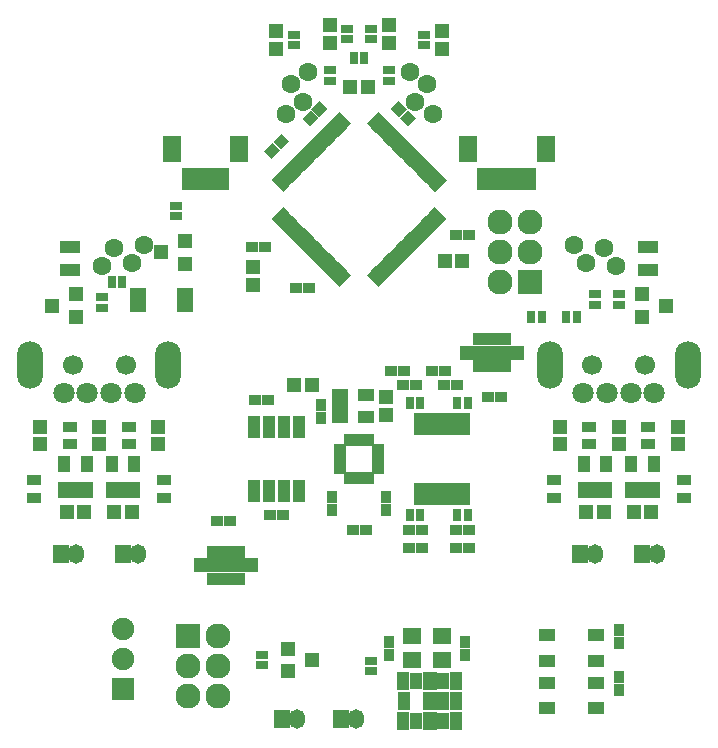
<source format=gts>
G04 #@! TF.FileFunction,Soldermask,Top*
%FSLAX46Y46*%
G04 Gerber Fmt 4.6, Leading zero omitted, Abs format (unit mm)*
G04 Created by KiCad (PCBNEW 4.0.1-stable) date 2016/12/03 22:45:12*
%MOMM*%
G01*
G04 APERTURE LIST*
%ADD10C,0.100000*%
%ADD11C,1.800000*%
%ADD12O,2.200000X4.000000*%
%ADD13C,1.700000*%
%ADD14R,1.000000X0.580000*%
%ADD15R,0.580000X1.000000*%
%ADD16R,2.127200X2.127200*%
%ADD17O,2.127200X2.127200*%
%ADD18R,1.000000X1.950000*%
%ADD19R,1.600000X2.200000*%
%ADD20R,1.150000X1.200000*%
%ADD21R,1.200000X1.150000*%
%ADD22R,1.650000X1.400000*%
%ADD23R,1.197560X1.197560*%
%ADD24R,1.200100X1.200100*%
%ADD25R,1.460000X1.050000*%
%ADD26R,1.000000X0.900000*%
%ADD27R,0.900000X1.000000*%
%ADD28R,1.350000X1.650000*%
%ADD29O,1.350000X1.650000*%
%ADD30R,0.800000X1.000000*%
%ADD31R,1.000000X0.800000*%
%ADD32R,1.700000X1.100000*%
%ADD33R,1.200000X1.500000*%
%ADD34R,1.100000X1.500000*%
%ADD35R,1.100000X1.400000*%
%ADD36R,1.000000X1.500000*%
%ADD37C,1.600000*%
%ADD38R,1.400000X2.000000*%
%ADD39R,1.450000X1.050000*%
%ADD40R,1.900000X1.900000*%
%ADD41O,1.900000X1.900000*%
%ADD42R,0.850000X1.850000*%
%ADD43R,1.300000X0.900000*%
%ADD44R,1.050000X1.460000*%
%ADD45R,2.000000X1.200000*%
%ADD46R,0.680000X1.000000*%
%ADD47R,2.400000X1.200000*%
G04 APERTURE END LIST*
D10*
D11*
X162000000Y-128400000D03*
X164000000Y-128400000D03*
X166000000Y-128400000D03*
X168000000Y-128400000D03*
D12*
X170850000Y-126000000D03*
X159150000Y-126000000D03*
D13*
X167250000Y-126000000D03*
X162750000Y-126000000D03*
D14*
X141400000Y-133000000D03*
X141400000Y-133400000D03*
X141400000Y-133800000D03*
X141400000Y-134200000D03*
X141400000Y-134600000D03*
X141400000Y-135000000D03*
D15*
X142000000Y-135600000D03*
X142400000Y-135600000D03*
X142800000Y-135600000D03*
X143200000Y-135600000D03*
X143600000Y-135600000D03*
X144000000Y-135600000D03*
D14*
X144600000Y-135000000D03*
X144600000Y-134600000D03*
X144600000Y-134200000D03*
X144600000Y-133800000D03*
X144600000Y-133400000D03*
X144600000Y-133000000D03*
D15*
X144000000Y-132400000D03*
X143600000Y-132400000D03*
X143200000Y-132400000D03*
X142800000Y-132400000D03*
X142400000Y-132400000D03*
X142000000Y-132400000D03*
D16*
X157500000Y-119000000D03*
D17*
X154960000Y-119000000D03*
X157500000Y-116460000D03*
X154960000Y-116460000D03*
X157500000Y-113920000D03*
X154960000Y-113920000D03*
D16*
X128500000Y-149000000D03*
D17*
X131040000Y-149000000D03*
X128500000Y-151540000D03*
X131040000Y-151540000D03*
X128500000Y-154080000D03*
X131040000Y-154080000D03*
D18*
X153500000Y-110262500D03*
X154500000Y-110262500D03*
X155500000Y-110262500D03*
X156500000Y-110262500D03*
X157500000Y-110262500D03*
D19*
X152200000Y-107737500D03*
X158800000Y-107737500D03*
D20*
X134000000Y-117750000D03*
X134000000Y-119250000D03*
D21*
X150250000Y-117250000D03*
X151750000Y-117250000D03*
D22*
X147500000Y-151000000D03*
X147500000Y-149000000D03*
D20*
X145250000Y-128750000D03*
X145250000Y-130250000D03*
D21*
X139000000Y-127750000D03*
X137500000Y-127750000D03*
D23*
X136000000Y-99249300D03*
X136000000Y-97750700D03*
X140500000Y-98749300D03*
X140500000Y-97250700D03*
X145500000Y-98749300D03*
X145500000Y-97250700D03*
X150000000Y-99249300D03*
X150000000Y-97750700D03*
D24*
X166999240Y-120050000D03*
X166999240Y-121950000D03*
X168998220Y-121000000D03*
X119000760Y-121950000D03*
X119000760Y-120050000D03*
X117001780Y-121000000D03*
X128250760Y-117450000D03*
X128250760Y-115550000D03*
X126251780Y-116500000D03*
D10*
G36*
X140896358Y-105052676D02*
X141355977Y-104593057D01*
X142345926Y-105583006D01*
X141886307Y-106042625D01*
X140896358Y-105052676D01*
X140896358Y-105052676D01*
G37*
G36*
X140542804Y-105406229D02*
X141002423Y-104946610D01*
X141992372Y-105936559D01*
X141532753Y-106396178D01*
X140542804Y-105406229D01*
X140542804Y-105406229D01*
G37*
G36*
X140189251Y-105759783D02*
X140648870Y-105300164D01*
X141638819Y-106290113D01*
X141179200Y-106749732D01*
X140189251Y-105759783D01*
X140189251Y-105759783D01*
G37*
G36*
X139835698Y-106113336D02*
X140295317Y-105653717D01*
X141285266Y-106643666D01*
X140825647Y-107103285D01*
X139835698Y-106113336D01*
X139835698Y-106113336D01*
G37*
G36*
X139482144Y-106466889D02*
X139941763Y-106007270D01*
X140931712Y-106997219D01*
X140472093Y-107456838D01*
X139482144Y-106466889D01*
X139482144Y-106466889D01*
G37*
G36*
X139128591Y-106820443D02*
X139588210Y-106360824D01*
X140578159Y-107350773D01*
X140118540Y-107810392D01*
X139128591Y-106820443D01*
X139128591Y-106820443D01*
G37*
G36*
X138775037Y-107173996D02*
X139234656Y-106714377D01*
X140224605Y-107704326D01*
X139764986Y-108163945D01*
X138775037Y-107173996D01*
X138775037Y-107173996D01*
G37*
G36*
X138421484Y-107527550D02*
X138881103Y-107067931D01*
X139871052Y-108057880D01*
X139411433Y-108517499D01*
X138421484Y-107527550D01*
X138421484Y-107527550D01*
G37*
G36*
X138067931Y-107881103D02*
X138527550Y-107421484D01*
X139517499Y-108411433D01*
X139057880Y-108871052D01*
X138067931Y-107881103D01*
X138067931Y-107881103D01*
G37*
G36*
X137714377Y-108234656D02*
X138173996Y-107775037D01*
X139163945Y-108764986D01*
X138704326Y-109224605D01*
X137714377Y-108234656D01*
X137714377Y-108234656D01*
G37*
G36*
X137360824Y-108588210D02*
X137820443Y-108128591D01*
X138810392Y-109118540D01*
X138350773Y-109578159D01*
X137360824Y-108588210D01*
X137360824Y-108588210D01*
G37*
G36*
X137007270Y-108941763D02*
X137466889Y-108482144D01*
X138456838Y-109472093D01*
X137997219Y-109931712D01*
X137007270Y-108941763D01*
X137007270Y-108941763D01*
G37*
G36*
X136653717Y-109295317D02*
X137113336Y-108835698D01*
X138103285Y-109825647D01*
X137643666Y-110285266D01*
X136653717Y-109295317D01*
X136653717Y-109295317D01*
G37*
G36*
X136300164Y-109648870D02*
X136759783Y-109189251D01*
X137749732Y-110179200D01*
X137290113Y-110638819D01*
X136300164Y-109648870D01*
X136300164Y-109648870D01*
G37*
G36*
X135946610Y-110002423D02*
X136406229Y-109542804D01*
X137396178Y-110532753D01*
X136936559Y-110992372D01*
X135946610Y-110002423D01*
X135946610Y-110002423D01*
G37*
G36*
X135593057Y-110355977D02*
X136052676Y-109896358D01*
X137042625Y-110886307D01*
X136583006Y-111345926D01*
X135593057Y-110355977D01*
X135593057Y-110355977D01*
G37*
G36*
X136052676Y-114103642D02*
X135593057Y-113644023D01*
X136583006Y-112654074D01*
X137042625Y-113113693D01*
X136052676Y-114103642D01*
X136052676Y-114103642D01*
G37*
G36*
X136406229Y-114457196D02*
X135946610Y-113997577D01*
X136936559Y-113007628D01*
X137396178Y-113467247D01*
X136406229Y-114457196D01*
X136406229Y-114457196D01*
G37*
G36*
X136759783Y-114810749D02*
X136300164Y-114351130D01*
X137290113Y-113361181D01*
X137749732Y-113820800D01*
X136759783Y-114810749D01*
X136759783Y-114810749D01*
G37*
G36*
X137113336Y-115164302D02*
X136653717Y-114704683D01*
X137643666Y-113714734D01*
X138103285Y-114174353D01*
X137113336Y-115164302D01*
X137113336Y-115164302D01*
G37*
G36*
X137466889Y-115517856D02*
X137007270Y-115058237D01*
X137997219Y-114068288D01*
X138456838Y-114527907D01*
X137466889Y-115517856D01*
X137466889Y-115517856D01*
G37*
G36*
X137820443Y-115871409D02*
X137360824Y-115411790D01*
X138350773Y-114421841D01*
X138810392Y-114881460D01*
X137820443Y-115871409D01*
X137820443Y-115871409D01*
G37*
G36*
X138173996Y-116224963D02*
X137714377Y-115765344D01*
X138704326Y-114775395D01*
X139163945Y-115235014D01*
X138173996Y-116224963D01*
X138173996Y-116224963D01*
G37*
G36*
X138527550Y-116578516D02*
X138067931Y-116118897D01*
X139057880Y-115128948D01*
X139517499Y-115588567D01*
X138527550Y-116578516D01*
X138527550Y-116578516D01*
G37*
G36*
X138881103Y-116932069D02*
X138421484Y-116472450D01*
X139411433Y-115482501D01*
X139871052Y-115942120D01*
X138881103Y-116932069D01*
X138881103Y-116932069D01*
G37*
G36*
X139234656Y-117285623D02*
X138775037Y-116826004D01*
X139764986Y-115836055D01*
X140224605Y-116295674D01*
X139234656Y-117285623D01*
X139234656Y-117285623D01*
G37*
G36*
X139588210Y-117639176D02*
X139128591Y-117179557D01*
X140118540Y-116189608D01*
X140578159Y-116649227D01*
X139588210Y-117639176D01*
X139588210Y-117639176D01*
G37*
G36*
X139941763Y-117992730D02*
X139482144Y-117533111D01*
X140472093Y-116543162D01*
X140931712Y-117002781D01*
X139941763Y-117992730D01*
X139941763Y-117992730D01*
G37*
G36*
X140295317Y-118346283D02*
X139835698Y-117886664D01*
X140825647Y-116896715D01*
X141285266Y-117356334D01*
X140295317Y-118346283D01*
X140295317Y-118346283D01*
G37*
G36*
X140648870Y-118699836D02*
X140189251Y-118240217D01*
X141179200Y-117250268D01*
X141638819Y-117709887D01*
X140648870Y-118699836D01*
X140648870Y-118699836D01*
G37*
G36*
X141002423Y-119053390D02*
X140542804Y-118593771D01*
X141532753Y-117603822D01*
X141992372Y-118063441D01*
X141002423Y-119053390D01*
X141002423Y-119053390D01*
G37*
G36*
X141355977Y-119406943D02*
X140896358Y-118947324D01*
X141886307Y-117957375D01*
X142345926Y-118416994D01*
X141355977Y-119406943D01*
X141355977Y-119406943D01*
G37*
G36*
X143654074Y-118416994D02*
X144113693Y-117957375D01*
X145103642Y-118947324D01*
X144644023Y-119406943D01*
X143654074Y-118416994D01*
X143654074Y-118416994D01*
G37*
G36*
X144007628Y-118063441D02*
X144467247Y-117603822D01*
X145457196Y-118593771D01*
X144997577Y-119053390D01*
X144007628Y-118063441D01*
X144007628Y-118063441D01*
G37*
G36*
X144361181Y-117709887D02*
X144820800Y-117250268D01*
X145810749Y-118240217D01*
X145351130Y-118699836D01*
X144361181Y-117709887D01*
X144361181Y-117709887D01*
G37*
G36*
X144714734Y-117356334D02*
X145174353Y-116896715D01*
X146164302Y-117886664D01*
X145704683Y-118346283D01*
X144714734Y-117356334D01*
X144714734Y-117356334D01*
G37*
G36*
X145068288Y-117002781D02*
X145527907Y-116543162D01*
X146517856Y-117533111D01*
X146058237Y-117992730D01*
X145068288Y-117002781D01*
X145068288Y-117002781D01*
G37*
G36*
X145421841Y-116649227D02*
X145881460Y-116189608D01*
X146871409Y-117179557D01*
X146411790Y-117639176D01*
X145421841Y-116649227D01*
X145421841Y-116649227D01*
G37*
G36*
X145775395Y-116295674D02*
X146235014Y-115836055D01*
X147224963Y-116826004D01*
X146765344Y-117285623D01*
X145775395Y-116295674D01*
X145775395Y-116295674D01*
G37*
G36*
X146128948Y-115942120D02*
X146588567Y-115482501D01*
X147578516Y-116472450D01*
X147118897Y-116932069D01*
X146128948Y-115942120D01*
X146128948Y-115942120D01*
G37*
G36*
X146482501Y-115588567D02*
X146942120Y-115128948D01*
X147932069Y-116118897D01*
X147472450Y-116578516D01*
X146482501Y-115588567D01*
X146482501Y-115588567D01*
G37*
G36*
X146836055Y-115235014D02*
X147295674Y-114775395D01*
X148285623Y-115765344D01*
X147826004Y-116224963D01*
X146836055Y-115235014D01*
X146836055Y-115235014D01*
G37*
G36*
X147189608Y-114881460D02*
X147649227Y-114421841D01*
X148639176Y-115411790D01*
X148179557Y-115871409D01*
X147189608Y-114881460D01*
X147189608Y-114881460D01*
G37*
G36*
X147543162Y-114527907D02*
X148002781Y-114068288D01*
X148992730Y-115058237D01*
X148533111Y-115517856D01*
X147543162Y-114527907D01*
X147543162Y-114527907D01*
G37*
G36*
X147896715Y-114174353D02*
X148356334Y-113714734D01*
X149346283Y-114704683D01*
X148886664Y-115164302D01*
X147896715Y-114174353D01*
X147896715Y-114174353D01*
G37*
G36*
X148250268Y-113820800D02*
X148709887Y-113361181D01*
X149699836Y-114351130D01*
X149240217Y-114810749D01*
X148250268Y-113820800D01*
X148250268Y-113820800D01*
G37*
G36*
X148603822Y-113467247D02*
X149063441Y-113007628D01*
X150053390Y-113997577D01*
X149593771Y-114457196D01*
X148603822Y-113467247D01*
X148603822Y-113467247D01*
G37*
G36*
X148957375Y-113113693D02*
X149416994Y-112654074D01*
X150406943Y-113644023D01*
X149947324Y-114103642D01*
X148957375Y-113113693D01*
X148957375Y-113113693D01*
G37*
G36*
X149416994Y-111345926D02*
X148957375Y-110886307D01*
X149947324Y-109896358D01*
X150406943Y-110355977D01*
X149416994Y-111345926D01*
X149416994Y-111345926D01*
G37*
G36*
X149063441Y-110992372D02*
X148603822Y-110532753D01*
X149593771Y-109542804D01*
X150053390Y-110002423D01*
X149063441Y-110992372D01*
X149063441Y-110992372D01*
G37*
G36*
X148709887Y-110638819D02*
X148250268Y-110179200D01*
X149240217Y-109189251D01*
X149699836Y-109648870D01*
X148709887Y-110638819D01*
X148709887Y-110638819D01*
G37*
G36*
X148356334Y-110285266D02*
X147896715Y-109825647D01*
X148886664Y-108835698D01*
X149346283Y-109295317D01*
X148356334Y-110285266D01*
X148356334Y-110285266D01*
G37*
G36*
X148002781Y-109931712D02*
X147543162Y-109472093D01*
X148533111Y-108482144D01*
X148992730Y-108941763D01*
X148002781Y-109931712D01*
X148002781Y-109931712D01*
G37*
G36*
X147649227Y-109578159D02*
X147189608Y-109118540D01*
X148179557Y-108128591D01*
X148639176Y-108588210D01*
X147649227Y-109578159D01*
X147649227Y-109578159D01*
G37*
G36*
X147295674Y-109224605D02*
X146836055Y-108764986D01*
X147826004Y-107775037D01*
X148285623Y-108234656D01*
X147295674Y-109224605D01*
X147295674Y-109224605D01*
G37*
G36*
X146942120Y-108871052D02*
X146482501Y-108411433D01*
X147472450Y-107421484D01*
X147932069Y-107881103D01*
X146942120Y-108871052D01*
X146942120Y-108871052D01*
G37*
G36*
X146588567Y-108517499D02*
X146128948Y-108057880D01*
X147118897Y-107067931D01*
X147578516Y-107527550D01*
X146588567Y-108517499D01*
X146588567Y-108517499D01*
G37*
G36*
X146235014Y-108163945D02*
X145775395Y-107704326D01*
X146765344Y-106714377D01*
X147224963Y-107173996D01*
X146235014Y-108163945D01*
X146235014Y-108163945D01*
G37*
G36*
X145881460Y-107810392D02*
X145421841Y-107350773D01*
X146411790Y-106360824D01*
X146871409Y-106820443D01*
X145881460Y-107810392D01*
X145881460Y-107810392D01*
G37*
G36*
X145527907Y-107456838D02*
X145068288Y-106997219D01*
X146058237Y-106007270D01*
X146517856Y-106466889D01*
X145527907Y-107456838D01*
X145527907Y-107456838D01*
G37*
G36*
X145174353Y-107103285D02*
X144714734Y-106643666D01*
X145704683Y-105653717D01*
X146164302Y-106113336D01*
X145174353Y-107103285D01*
X145174353Y-107103285D01*
G37*
G36*
X144820800Y-106749732D02*
X144361181Y-106290113D01*
X145351130Y-105300164D01*
X145810749Y-105759783D01*
X144820800Y-106749732D01*
X144820800Y-106749732D01*
G37*
G36*
X144467247Y-106396178D02*
X144007628Y-105936559D01*
X144997577Y-104946610D01*
X145457196Y-105406229D01*
X144467247Y-106396178D01*
X144467247Y-106396178D01*
G37*
G36*
X144113693Y-106042625D02*
X143654074Y-105583006D01*
X144644023Y-104593057D01*
X145103642Y-105052676D01*
X144113693Y-106042625D01*
X144113693Y-106042625D01*
G37*
D25*
X141400000Y-128550000D03*
X141400000Y-129500000D03*
X141400000Y-130450000D03*
X143600000Y-130450000D03*
X143600000Y-128550000D03*
D18*
X134095000Y-136700000D03*
X135365000Y-136700000D03*
X136635000Y-136700000D03*
X137905000Y-136700000D03*
X137905000Y-131300000D03*
X136635000Y-131300000D03*
X135365000Y-131300000D03*
X134095000Y-131300000D03*
D23*
X143749300Y-102500000D03*
X142250700Y-102500000D03*
D18*
X128500000Y-110262500D03*
X129500000Y-110262500D03*
X130500000Y-110262500D03*
X131500000Y-110262500D03*
D19*
X127200000Y-107737500D03*
X132800000Y-107737500D03*
D26*
X135050000Y-116000000D03*
X133950000Y-116000000D03*
X138800000Y-119500000D03*
X137700000Y-119500000D03*
X151200000Y-115000000D03*
X152300000Y-115000000D03*
D10*
G36*
X145689340Y-104325736D02*
X146325736Y-103689340D01*
X147032842Y-104396446D01*
X146396446Y-105032842D01*
X145689340Y-104325736D01*
X145689340Y-104325736D01*
G37*
G36*
X146467158Y-105103554D02*
X147103554Y-104467158D01*
X147810660Y-105174264D01*
X147174264Y-105810660D01*
X146467158Y-105103554D01*
X146467158Y-105103554D01*
G37*
G36*
X135575736Y-108560660D02*
X134939340Y-107924264D01*
X135646446Y-107217158D01*
X136282842Y-107853554D01*
X135575736Y-108560660D01*
X135575736Y-108560660D01*
G37*
G36*
X136353554Y-107782842D02*
X135717158Y-107146446D01*
X136424264Y-106439340D01*
X137060660Y-107075736D01*
X136353554Y-107782842D01*
X136353554Y-107782842D01*
G37*
G36*
X139674264Y-103689340D02*
X140310660Y-104325736D01*
X139603554Y-105032842D01*
X138967158Y-104396446D01*
X139674264Y-103689340D01*
X139674264Y-103689340D01*
G37*
G36*
X138896446Y-104467158D02*
X139532842Y-105103554D01*
X138825736Y-105810660D01*
X138189340Y-105174264D01*
X138896446Y-104467158D01*
X138896446Y-104467158D01*
G37*
D27*
X165000000Y-148450000D03*
X165000000Y-149550000D03*
D26*
X155050000Y-128750000D03*
X153950000Y-128750000D03*
X130950000Y-139250000D03*
X132050000Y-139250000D03*
D27*
X152000000Y-149450000D03*
X152000000Y-150550000D03*
X145500000Y-150550000D03*
X145500000Y-149450000D03*
X139750000Y-130550000D03*
X139750000Y-129450000D03*
D26*
X134200000Y-129000000D03*
X135300000Y-129000000D03*
X135450000Y-138750000D03*
X136550000Y-138750000D03*
X147200000Y-140000000D03*
X148300000Y-140000000D03*
X148300000Y-141500000D03*
X147200000Y-141500000D03*
X152300000Y-140000000D03*
X151200000Y-140000000D03*
X151200000Y-141500000D03*
X152300000Y-141500000D03*
X151300000Y-127750000D03*
X150200000Y-127750000D03*
X149200000Y-126500000D03*
X150300000Y-126500000D03*
X146700000Y-127750000D03*
X147800000Y-127750000D03*
X146800000Y-126500000D03*
X145700000Y-126500000D03*
D27*
X140750000Y-137200000D03*
X140750000Y-138300000D03*
X145250000Y-138300000D03*
X145250000Y-137200000D03*
D26*
X142450000Y-140000000D03*
X143550000Y-140000000D03*
D28*
X136500000Y-156000000D03*
D29*
X137750000Y-156000000D03*
D28*
X141500000Y-156000000D03*
D29*
X142750000Y-156000000D03*
D24*
X136999240Y-150050000D03*
X136999240Y-151950000D03*
X138998220Y-151000000D03*
D30*
X157550000Y-122000000D03*
X158450000Y-122000000D03*
X142550000Y-100000000D03*
X143450000Y-100000000D03*
D31*
X134750000Y-151450000D03*
X134750000Y-150550000D03*
D30*
X160550000Y-122000000D03*
X161450000Y-122000000D03*
D31*
X144000000Y-151950000D03*
X144000000Y-151050000D03*
D32*
X167500000Y-116050000D03*
X167500000Y-117950000D03*
D31*
X165000000Y-120050000D03*
X165000000Y-120950000D03*
D30*
X147300000Y-138750000D03*
X148200000Y-138750000D03*
D31*
X140500000Y-101050000D03*
X140500000Y-101950000D03*
D30*
X152200000Y-138750000D03*
X151300000Y-138750000D03*
X122950000Y-119000000D03*
X122050000Y-119000000D03*
X152200000Y-129250000D03*
X151300000Y-129250000D03*
D31*
X163000000Y-120050000D03*
X163000000Y-120950000D03*
D30*
X147300000Y-129250000D03*
X148200000Y-129250000D03*
D31*
X145500000Y-101950000D03*
X145500000Y-101050000D03*
D32*
X118500000Y-116050000D03*
X118500000Y-117950000D03*
D31*
X121250000Y-121200000D03*
X121250000Y-120300000D03*
X137500000Y-98950000D03*
X137500000Y-98050000D03*
X142000000Y-98450000D03*
X142000000Y-97550000D03*
X144000000Y-98450000D03*
X144000000Y-97550000D03*
X148500000Y-98950000D03*
X148500000Y-98050000D03*
X127500000Y-113450000D03*
X127500000Y-112550000D03*
D33*
X149000000Y-154500000D03*
D34*
X146750000Y-152800000D03*
D35*
X147850000Y-152800000D03*
D33*
X149000000Y-152800000D03*
D35*
X150150000Y-152800000D03*
D34*
X151250000Y-152800000D03*
D36*
X151200000Y-154500000D03*
D34*
X151250000Y-156200000D03*
D35*
X150150000Y-156200000D03*
D33*
X149000000Y-156200000D03*
D35*
X147850000Y-156200000D03*
D34*
X146750000Y-156200000D03*
D36*
X146800000Y-154500000D03*
D34*
X150150000Y-154500000D03*
D22*
X150000000Y-149000000D03*
X150000000Y-151000000D03*
D27*
X165000000Y-152450000D03*
X165000000Y-153550000D03*
D37*
X122234833Y-116110688D03*
X124765167Y-115889312D03*
X121234833Y-117610688D03*
X123765167Y-117389312D03*
X136779467Y-104750706D03*
X137220533Y-102249294D03*
X138279467Y-103750706D03*
X138720533Y-101249294D03*
X147279467Y-101249294D03*
X147720533Y-103750706D03*
X148779467Y-102249294D03*
X149220533Y-104750706D03*
X161234833Y-115889312D03*
X163765167Y-116110688D03*
X162234833Y-117389312D03*
X164765167Y-117610688D03*
D38*
X124250000Y-120500000D03*
X128250000Y-120500000D03*
D39*
X163075000Y-151075000D03*
X158925000Y-151075000D03*
X158925000Y-148925000D03*
X163075000Y-148925000D03*
X163075000Y-155075000D03*
X158925000Y-155075000D03*
X158925000Y-152925000D03*
X163075000Y-152925000D03*
D40*
X123000000Y-153500000D03*
D41*
X123000000Y-150960000D03*
X123000000Y-148420000D03*
D42*
X148050000Y-136950000D03*
X148700000Y-136950000D03*
X149350000Y-136950000D03*
X150000000Y-136950000D03*
X150650000Y-136950000D03*
X151300000Y-136950000D03*
X151950000Y-136950000D03*
X151950000Y-131050000D03*
X151300000Y-131050000D03*
X150650000Y-131050000D03*
X150000000Y-131050000D03*
X149350000Y-131050000D03*
X148700000Y-131050000D03*
X148050000Y-131050000D03*
D20*
X121000000Y-132750000D03*
X121000000Y-131250000D03*
D21*
X119750000Y-138500000D03*
X118250000Y-138500000D03*
X123750000Y-138500000D03*
X122250000Y-138500000D03*
D23*
X116000000Y-131250700D03*
X116000000Y-132749300D03*
X126000000Y-131250700D03*
X126000000Y-132749300D03*
D28*
X117750000Y-142000000D03*
D29*
X119000000Y-142000000D03*
D28*
X123000000Y-142000000D03*
D29*
X124250000Y-142000000D03*
D43*
X118500000Y-131250000D03*
X118500000Y-132750000D03*
X123500000Y-131250000D03*
X123500000Y-132750000D03*
X115500000Y-135750000D03*
X115500000Y-137250000D03*
X126500000Y-135750000D03*
X126500000Y-137250000D03*
D44*
X118050000Y-136600000D03*
X119000000Y-136600000D03*
X119950000Y-136600000D03*
X119950000Y-134400000D03*
X118050000Y-134400000D03*
X122050000Y-136600000D03*
X123000000Y-136600000D03*
X123950000Y-136600000D03*
X123950000Y-134400000D03*
X122050000Y-134400000D03*
D11*
X118000000Y-128400000D03*
X120000000Y-128400000D03*
X122000000Y-128400000D03*
X124000000Y-128400000D03*
D12*
X126850000Y-126000000D03*
X115150000Y-126000000D03*
D13*
X123250000Y-126000000D03*
X118750000Y-126000000D03*
D20*
X165000000Y-132750000D03*
X165000000Y-131250000D03*
D21*
X163750000Y-138500000D03*
X162250000Y-138500000D03*
X167750000Y-138500000D03*
X166250000Y-138500000D03*
D23*
X160000000Y-131250700D03*
X160000000Y-132749300D03*
X170000000Y-131250700D03*
X170000000Y-132749300D03*
D28*
X161750000Y-142000000D03*
D29*
X163000000Y-142000000D03*
D28*
X167000000Y-142000000D03*
D29*
X168250000Y-142000000D03*
D43*
X162500000Y-131250000D03*
X162500000Y-132750000D03*
X167500000Y-131250000D03*
X167500000Y-132750000D03*
X159500000Y-135750000D03*
X159500000Y-137250000D03*
X170500000Y-135750000D03*
X170500000Y-137250000D03*
D44*
X162050000Y-136600000D03*
X163000000Y-136600000D03*
X163950000Y-136600000D03*
X163950000Y-134400000D03*
X162050000Y-134400000D03*
X166050000Y-136600000D03*
X167000000Y-136600000D03*
X167950000Y-136600000D03*
X167950000Y-134400000D03*
X166050000Y-134400000D03*
D45*
X154250000Y-125000000D03*
D46*
X155500000Y-123850000D03*
X155000000Y-123850000D03*
X154500000Y-123850000D03*
X154000000Y-123850000D03*
X153500000Y-123850000D03*
X153000000Y-123850000D03*
X153000000Y-126150000D03*
X153500000Y-126150000D03*
X154000000Y-126150000D03*
X154500000Y-126150000D03*
X155000000Y-126150000D03*
X155500000Y-126150000D03*
D47*
X152750000Y-125000000D03*
X155750000Y-125000000D03*
D45*
X131750000Y-143000000D03*
D46*
X130500000Y-144150000D03*
X131000000Y-144150000D03*
X131500000Y-144150000D03*
X132000000Y-144150000D03*
X132500000Y-144150000D03*
X133000000Y-144150000D03*
X133000000Y-141850000D03*
X132500000Y-141850000D03*
X132000000Y-141850000D03*
X131500000Y-141850000D03*
X131000000Y-141850000D03*
X130500000Y-141850000D03*
D47*
X133250000Y-143000000D03*
X130250000Y-143000000D03*
M02*

</source>
